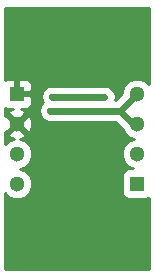
<source format=gbl>
G04 #@! TF.GenerationSoftware,KiCad,Pcbnew,5.0.1-33cea8e~68~ubuntu18.04.1*
G04 #@! TF.CreationDate,2018-11-09T10:03:27+01:00*
G04 #@! TF.ProjectId,MCP1702_SOT89_breakoutmodule,4D4350313730325F534F5438395F6272,rev?*
G04 #@! TF.SameCoordinates,Original*
G04 #@! TF.FileFunction,Copper,L2,Bot,Signal*
G04 #@! TF.FilePolarity,Positive*
%FSLAX46Y46*%
G04 Gerber Fmt 4.6, Leading zero omitted, Abs format (unit mm)*
G04 Created by KiCad (PCBNEW 5.0.1-33cea8e~68~ubuntu18.04.1) date vr 09 nov 2018 10:03:27 CET*
%MOMM*%
%LPD*%
G01*
G04 APERTURE LIST*
G04 #@! TA.AperFunction,ComponentPad*
%ADD10R,1.300000X1.300000*%
G04 #@! TD*
G04 #@! TA.AperFunction,ComponentPad*
%ADD11C,1.300000*%
G04 #@! TD*
G04 #@! TA.AperFunction,ComponentPad*
%ADD12R,0.600000X0.600000*%
G04 #@! TD*
G04 #@! TA.AperFunction,ViaPad*
%ADD13C,0.550000*%
G04 #@! TD*
G04 #@! TA.AperFunction,Conductor*
%ADD14C,0.600000*%
G04 #@! TD*
G04 #@! TA.AperFunction,Conductor*
%ADD15C,0.254000*%
G04 #@! TD*
G04 APERTURE END LIST*
D10*
G04 #@! TO.P,J1,1*
G04 #@! TO.N,+12V*
X130810000Y-73660000D03*
D11*
G04 #@! TO.P,J1,2*
X130810000Y-76200000D03*
G04 #@! TO.P,J1,3*
G04 #@! TO.N,GND*
X130810000Y-78740000D03*
G04 #@! TO.P,J1,4*
X130810000Y-81280000D03*
G04 #@! TD*
G04 #@! TO.P,J4,4*
G04 #@! TO.N,VDD*
X140970000Y-73660000D03*
G04 #@! TO.P,J4,3*
X140970000Y-76200000D03*
G04 #@! TO.P,J4,2*
G04 #@! TO.N,GND*
X140970000Y-78740000D03*
D10*
G04 #@! TO.P,J4,1*
X140970000Y-81280000D03*
G04 #@! TD*
D12*
G04 #@! TO.P,U1,TAB*
G04 #@! TO.N,+12V*
X136200000Y-77800000D03*
X135600000Y-77800000D03*
X135600000Y-78400000D03*
X136200000Y-78400000D03*
X135900000Y-79000000D03*
X135900000Y-77200000D03*
G04 #@! TD*
D13*
G04 #@! TO.N,GND*
X133800000Y-73900000D03*
X138200000Y-73900000D03*
G04 #@! TO.N,VDD*
X133600000Y-75100000D03*
G04 #@! TD*
D14*
G04 #@! TO.N,GND*
X133800000Y-73900000D02*
X137700000Y-73900000D01*
X137700000Y-73900000D02*
X138200000Y-73900000D01*
G04 #@! TO.N,VDD*
X139530000Y-75100000D02*
X140970000Y-73660000D01*
X133600000Y-75100000D02*
X139530000Y-75100000D01*
X140630000Y-76200000D02*
X139530000Y-75100000D01*
X140970000Y-76200000D02*
X140630000Y-76200000D01*
G04 #@! TD*
D15*
G04 #@! TO.N,+12V*
G36*
X141990000Y-72862735D02*
X141697894Y-72570629D01*
X141225602Y-72375000D01*
X140714398Y-72375000D01*
X140242106Y-72570629D01*
X139880629Y-72932106D01*
X139685000Y-73404398D01*
X139685000Y-73622711D01*
X139142711Y-74165000D01*
X139100605Y-74165000D01*
X139153317Y-73900000D01*
X139080750Y-73535181D01*
X138874097Y-73225903D01*
X138564819Y-73019250D01*
X138292086Y-72965000D01*
X133707914Y-72965000D01*
X133435181Y-73019250D01*
X133125903Y-73225903D01*
X132919250Y-73535181D01*
X132846683Y-73900000D01*
X132919250Y-74264819D01*
X132995715Y-74379256D01*
X132925903Y-74425903D01*
X132719250Y-74735181D01*
X132646683Y-75100000D01*
X132719250Y-75464819D01*
X132925903Y-75774097D01*
X133235181Y-75980750D01*
X133507914Y-76035000D01*
X139142711Y-76035000D01*
X139771046Y-76663335D01*
X139880629Y-76927894D01*
X140242106Y-77289371D01*
X140678185Y-77470000D01*
X140242106Y-77650629D01*
X139880629Y-78012106D01*
X139685000Y-78484398D01*
X139685000Y-78995602D01*
X139880629Y-79467894D01*
X140242106Y-79829371D01*
X140611938Y-79982560D01*
X140320000Y-79982560D01*
X140072235Y-80031843D01*
X139862191Y-80172191D01*
X139721843Y-80382235D01*
X139672560Y-80630000D01*
X139672560Y-81930000D01*
X139721843Y-82177765D01*
X139862191Y-82387809D01*
X140072235Y-82528157D01*
X140320000Y-82577440D01*
X141620000Y-82577440D01*
X141867765Y-82528157D01*
X141990001Y-82446481D01*
X141990001Y-88490000D01*
X129810000Y-88490000D01*
X129810000Y-82097265D01*
X130082106Y-82369371D01*
X130554398Y-82565000D01*
X131065602Y-82565000D01*
X131537894Y-82369371D01*
X131899371Y-82007894D01*
X132095000Y-81535602D01*
X132095000Y-81024398D01*
X131899371Y-80552106D01*
X131537894Y-80190629D01*
X131101815Y-80010000D01*
X131537894Y-79829371D01*
X131899371Y-79467894D01*
X132095000Y-78995602D01*
X132095000Y-78484398D01*
X131899371Y-78012106D01*
X131537894Y-77650629D01*
X131102366Y-77470228D01*
X131139428Y-77468083D01*
X131473729Y-77329611D01*
X131529410Y-77099016D01*
X130810000Y-76379605D01*
X130090590Y-77099016D01*
X130146271Y-77329611D01*
X130532574Y-77464040D01*
X130082106Y-77650629D01*
X129810000Y-77922735D01*
X129810000Y-76895026D01*
X129910984Y-76919410D01*
X130630395Y-76200000D01*
X130989605Y-76200000D01*
X131709016Y-76919410D01*
X131939611Y-76863729D01*
X132107622Y-76380922D01*
X132078083Y-75870572D01*
X131939611Y-75536271D01*
X131709016Y-75480590D01*
X130989605Y-76200000D01*
X130630395Y-76200000D01*
X129910984Y-75480590D01*
X129810000Y-75504974D01*
X129810000Y-74852344D01*
X130033690Y-74945000D01*
X130448987Y-74945000D01*
X130146271Y-75070389D01*
X130090590Y-75300984D01*
X130810000Y-76020395D01*
X131529410Y-75300984D01*
X131473729Y-75070389D01*
X131113403Y-74945000D01*
X131586310Y-74945000D01*
X131819699Y-74848327D01*
X131998327Y-74669698D01*
X132095000Y-74436309D01*
X132095000Y-73945750D01*
X131936250Y-73787000D01*
X130937000Y-73787000D01*
X130937000Y-73807000D01*
X130683000Y-73807000D01*
X130683000Y-73787000D01*
X130663000Y-73787000D01*
X130663000Y-73533000D01*
X130683000Y-73533000D01*
X130683000Y-72533750D01*
X130937000Y-72533750D01*
X130937000Y-73533000D01*
X131936250Y-73533000D01*
X132095000Y-73374250D01*
X132095000Y-72883691D01*
X131998327Y-72650302D01*
X131819699Y-72471673D01*
X131586310Y-72375000D01*
X131095750Y-72375000D01*
X130937000Y-72533750D01*
X130683000Y-72533750D01*
X130524250Y-72375000D01*
X130033690Y-72375000D01*
X129810000Y-72467656D01*
X129810000Y-66410000D01*
X141990000Y-66410000D01*
X141990000Y-72862735D01*
X141990000Y-72862735D01*
G37*
X141990000Y-72862735D02*
X141697894Y-72570629D01*
X141225602Y-72375000D01*
X140714398Y-72375000D01*
X140242106Y-72570629D01*
X139880629Y-72932106D01*
X139685000Y-73404398D01*
X139685000Y-73622711D01*
X139142711Y-74165000D01*
X139100605Y-74165000D01*
X139153317Y-73900000D01*
X139080750Y-73535181D01*
X138874097Y-73225903D01*
X138564819Y-73019250D01*
X138292086Y-72965000D01*
X133707914Y-72965000D01*
X133435181Y-73019250D01*
X133125903Y-73225903D01*
X132919250Y-73535181D01*
X132846683Y-73900000D01*
X132919250Y-74264819D01*
X132995715Y-74379256D01*
X132925903Y-74425903D01*
X132719250Y-74735181D01*
X132646683Y-75100000D01*
X132719250Y-75464819D01*
X132925903Y-75774097D01*
X133235181Y-75980750D01*
X133507914Y-76035000D01*
X139142711Y-76035000D01*
X139771046Y-76663335D01*
X139880629Y-76927894D01*
X140242106Y-77289371D01*
X140678185Y-77470000D01*
X140242106Y-77650629D01*
X139880629Y-78012106D01*
X139685000Y-78484398D01*
X139685000Y-78995602D01*
X139880629Y-79467894D01*
X140242106Y-79829371D01*
X140611938Y-79982560D01*
X140320000Y-79982560D01*
X140072235Y-80031843D01*
X139862191Y-80172191D01*
X139721843Y-80382235D01*
X139672560Y-80630000D01*
X139672560Y-81930000D01*
X139721843Y-82177765D01*
X139862191Y-82387809D01*
X140072235Y-82528157D01*
X140320000Y-82577440D01*
X141620000Y-82577440D01*
X141867765Y-82528157D01*
X141990001Y-82446481D01*
X141990001Y-88490000D01*
X129810000Y-88490000D01*
X129810000Y-82097265D01*
X130082106Y-82369371D01*
X130554398Y-82565000D01*
X131065602Y-82565000D01*
X131537894Y-82369371D01*
X131899371Y-82007894D01*
X132095000Y-81535602D01*
X132095000Y-81024398D01*
X131899371Y-80552106D01*
X131537894Y-80190629D01*
X131101815Y-80010000D01*
X131537894Y-79829371D01*
X131899371Y-79467894D01*
X132095000Y-78995602D01*
X132095000Y-78484398D01*
X131899371Y-78012106D01*
X131537894Y-77650629D01*
X131102366Y-77470228D01*
X131139428Y-77468083D01*
X131473729Y-77329611D01*
X131529410Y-77099016D01*
X130810000Y-76379605D01*
X130090590Y-77099016D01*
X130146271Y-77329611D01*
X130532574Y-77464040D01*
X130082106Y-77650629D01*
X129810000Y-77922735D01*
X129810000Y-76895026D01*
X129910984Y-76919410D01*
X130630395Y-76200000D01*
X130989605Y-76200000D01*
X131709016Y-76919410D01*
X131939611Y-76863729D01*
X132107622Y-76380922D01*
X132078083Y-75870572D01*
X131939611Y-75536271D01*
X131709016Y-75480590D01*
X130989605Y-76200000D01*
X130630395Y-76200000D01*
X129910984Y-75480590D01*
X129810000Y-75504974D01*
X129810000Y-74852344D01*
X130033690Y-74945000D01*
X130448987Y-74945000D01*
X130146271Y-75070389D01*
X130090590Y-75300984D01*
X130810000Y-76020395D01*
X131529410Y-75300984D01*
X131473729Y-75070389D01*
X131113403Y-74945000D01*
X131586310Y-74945000D01*
X131819699Y-74848327D01*
X131998327Y-74669698D01*
X132095000Y-74436309D01*
X132095000Y-73945750D01*
X131936250Y-73787000D01*
X130937000Y-73787000D01*
X130937000Y-73807000D01*
X130683000Y-73807000D01*
X130683000Y-73787000D01*
X130663000Y-73787000D01*
X130663000Y-73533000D01*
X130683000Y-73533000D01*
X130683000Y-72533750D01*
X130937000Y-72533750D01*
X130937000Y-73533000D01*
X131936250Y-73533000D01*
X132095000Y-73374250D01*
X132095000Y-72883691D01*
X131998327Y-72650302D01*
X131819699Y-72471673D01*
X131586310Y-72375000D01*
X131095750Y-72375000D01*
X130937000Y-72533750D01*
X130683000Y-72533750D01*
X130524250Y-72375000D01*
X130033690Y-72375000D01*
X129810000Y-72467656D01*
X129810000Y-66410000D01*
X141990000Y-66410000D01*
X141990000Y-72862735D01*
G04 #@! TD*
M02*

</source>
